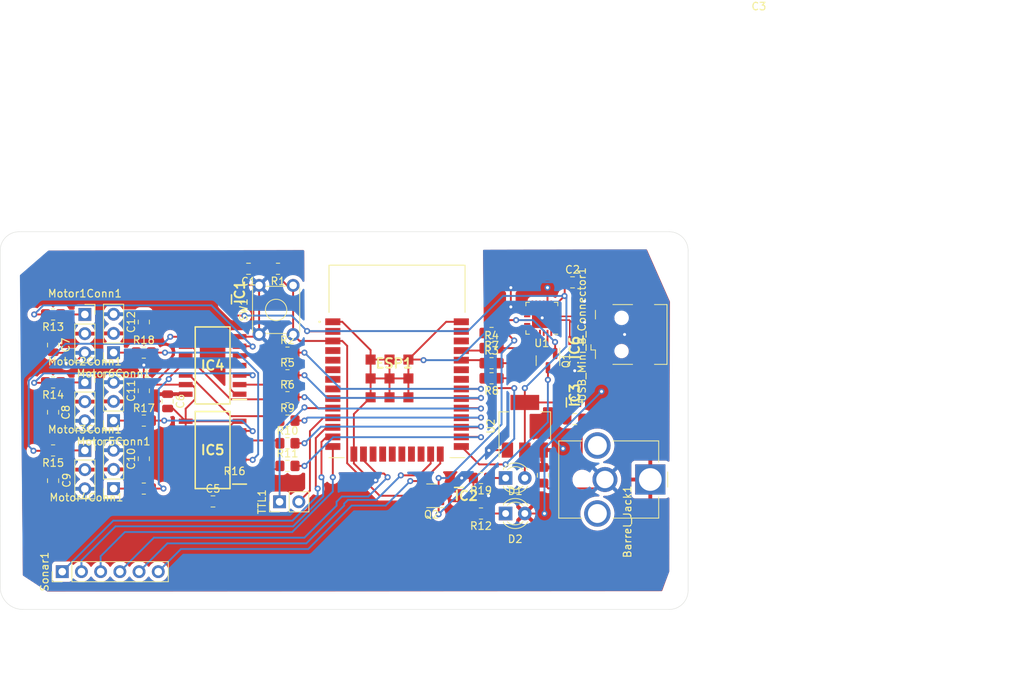
<source format=kicad_pcb>
(kicad_pcb (version 20211014) (generator pcbnew)
  (layers (0 "F.Cu" power) (31 "B.Cu" power) (34 "B.Paste" user) (35 "F.Paste" user) (36 "B.SilkS" user "B.Silkscreen") (37 "F.SilkS" user "F.Silkscreen") (38 "B.Mask" user) (39 "F.Mask" user) (44 "Edge.Cuts" user))
  (net 0 "")
  (net 1 "+5V")
  (net 2 "GNDREF")
  (net 3 "Net-(D1-Pad1)")
  (net 4 "Net-(ESP1-Pad31)")
  (net 5 "Net-(ESP1-Pad30)")
  (net 6 "Net-(ESP1-Pad29)")
  (net 7 "Net-(ESP1-Pad28)")
  (net 8 "Net-(ESP1-Pad27)")
  (net 9 "Net-(ESP1-Pad26)")
  (net 10 "/RESET")
  (net 11 "+3V3")
  (net 12 "Net-(D2-Pad1)")
  (net 19 "/IO25")
  (net 20 "/IO26")
  (net 21 "Net-(Motor1Conn1-Pad1)")
  (net 22 "Net-(Motor2Conn1-Pad1)")
  (net 23 "Net-(Motor3Conn1-Pad1)")
  (net 24 "Net-(Motor4Conn1-Pad1)")
  (net 25 "Net-(Motor5Conn1-Pad1)")
  (net 26 "Net-(Motor6Conn1-Pad1)")
  (net 27 "/IO27")
  (net 28 "/IO14")
  (net 29 "/IO12")
  (net 30 "/IO13")
  (net 37 "/IO15")
  (net 38 "/IO2")
  (net 39 "/GPIO0")
  (net 42 "/RX_ESP")
  (net 43 "/TX_ESP")
  (net 46 "Net-(Q1-Pad1)")
  (net 47 "/DTR")
  (net 48 "Net-(Q2-Pad1)")
  (net 49 "/RTS")
  (net 50 "/TX_CP")
  (net 51 "/RX_CP")
  (net 53 "/D+")
  (net 54 "/D-")
  (net 68 "/PWM1_3.3V")
  (net 69 "/PWM1_5V")
  (net 70 "/PWM2_3.3V")
  (net 71 "/PWM2_5V")
  (net 72 "/PWM6_5V")
  (net 73 "/PWM6_3.3V")
  (net 74 "/PWM5_5V")
  (net 75 "/PWM5_3.3V")
  (net 76 "/PWM3_3.3V")
  (net 77 "/PWM3_5V")
  (net 78 "/PWM4_3.3V")
  (net 79 "/PWM4_5V")
  (footprint "Button_Switch_THT:SW_TH_Tactile_Omron_B3F-10xx" (layer "F.Cu") (at 115.25 65.6 90)
    (fp_text reference "SW1")
    (fp_text value "SW_MEC_5E")
  )
  (footprint "Capacitor_SMD:C_0805_2012Metric" (layer "F.Cu") (at 88 84.95 -90)
    (fp_text reference "C9")
    (fp_text value "10uf")
  )
  (footprint "Capacitor_SMD:C_0805_2012Metric" (layer "F.Cu") (at 100 73.05 90)
    (fp_text reference "C11")
    (fp_text value "10uf")
  )
  (footprint "Motor board:SN74" (layer "F.Cu") (at 109.1 80.9 180)
    (fp_text reference "IC5")
    (fp_text value "SN74HC125NSR" hide)
  )
  (footprint "Resistor_SMD:R_0805_2012Metric_Pad1.20x1.40mm_HandSolder" (layer "F.Cu") (at 146 69.4)
    (fp_text reference "R3")
    (fp_text value "470R")
  )
  (footprint "Connector_USB:USB_Mini-B_Wuerth_65100516121_Horizontal" (layer "F.Cu") (at 163.2 65.6 90)
    (fp_text reference "USB_Mini_B_Connector1")
    (fp_text value "1734035-4")
  )
  (footprint "Resistor_SMD:R_0805_2012Metric_Pad1.20x1.40mm_HandSolder" (layer "F.Cu") (at 119 68)
    (fp_text reference "R2")
    (fp_text value "10k")
  )
  (footprint "Motor board:TPD" (layer "F.Cu") (at 157 67.35 -90)
    (fp_text reference "IC6")
    (fp_text value "TPD2E2U06DCKR" hide)
  )
  (footprint "Package_TO_SOT_SMD:SOT-23" (layer "F.Cu") (at 153.4625 69.0625 -90)
    (fp_text reference "Q1")
    (fp_text value "BC847")
  )
  (footprint "Resistor_SMD:R_0805_2012Metric_Pad1.20x1.40mm_HandSolder" (layer "F.Cu") (at 119 80)
    (fp_text reference "R10")
    (fp_text value "10k")
  )
  (footprint "Capacitor_SMD:C_0805_2012Metric_Pad1.18x1.45mm_HandSolder" (layer "F.Cu") (at 156.7125 58.7)
    (fp_text reference "C2")
    (fp_text value "10uF")
  )
  (footprint "Resistor_SMD:R_0805_2012Metric_Pad1.20x1.40mm_HandSolder" (layer "F.Cu") (at 146 67.4)
    (fp_text reference "R4")
    (fp_text value "470R")
  )
  (footprint "Motor board:ESP32WROOM32EM113EH3200PH3Q0" (layer "F.Cu") (at 125 63.92)
    (fp_text reference "ESP1")
    (fp_text value "ESP32-WROOM-32E_M113EH3200PH3Q0_" hide)
  )
  (footprint "Capacitor_SMD:C_0805_2012Metric" (layer "F.Cu") (at 88 75.9 -90)
    (fp_text reference "C8")
    (fp_text value "10uf")
  )
  (footprint "Capacitor_SMD:C_0805_2012Metric_Pad1.18x1.45mm_HandSolder" (layer "F.Cu") (at 113.85 56.9 180)
    (fp_text reference "C1")
    (fp_text value "10uF")
  )
  (footprint "Capacitor_SMD:C_0805_2012Metric" (layer "F.Cu") (at 100 63.95 90)
    (fp_text reference "C12")
    (fp_text value "10uf")
  )
  (footprint "Resistor_SMD:R_0805_2012Metric_Pad1.20x1.40mm_HandSolder" (layer "F.Cu") (at 146 65.4 180)
    (fp_text reference "R7")
    (fp_text value "10k")
  )
  (footprint "LED_THT:LED_D3.0mm_FlatTop" (layer "F.Cu") (at 147.86 84.6)
    (fp_text reference "D2")
    (fp_text value "LED")
  )
  (footprint "Resistor_SMD:R_0805_2012Metric_Pad1.20x1.40mm_HandSolder" (layer "F.Cu") (at 144.6 84.6 180)
    (fp_text reference "R19")
    (fp_text value "100")
  )
  (footprint "Resistor_SMD:R_0805_2012Metric_Pad1.20x1.40mm_HandSolder" (layer "F.Cu") (at 100 68)
    (fp_text reference "R18")
    (fp_text value "10k")
  )
  (footprint "Connector_PinHeader_2.54mm:PinHeader_1x06_P2.54mm_Vertical" (layer "F.Cu") (at 89.21 97 90)
    (fp_text reference "Sonar1")
    (fp_text value "Conn_01x06_Female")
  )
  (footprint "Connector_BarrelJack:BarrelJack_CUI_PJ-063AH_Horizontal_CircularHoles" (layer "F.Cu") (at 167 84.8 -90)
    (fp_text reference "Barrel_Jack1")
    (fp_text value "Barrel_Jack")
  )
  (footprint "Connector_PinSocket_2.54mm:PinSocket_1x03_P2.54mm_Vertical" (layer "F.Cu") (at 92.2 62.95)
    (fp_text reference "Motor1Conn1")
    (fp_text value "Conn_01x03_Female")
  )
  (footprint "Capacitor_SMD:C_0805_2012Metric" (layer "F.Cu") (at 103.15 74.45 -90)
    (fp_text reference "C6")
    (fp_text value "0.1uf")
  )
  (footprint "Motor board:TPD" (layer "F.Cu") (at 142.65 86.95)
    (fp_text reference "IC2")
    (fp_text value "TPD2E2U06DCKR" hide)
  )
  (footprint "Capacitor_SMD:C_0805_2012Metric_Pad1.18x1.45mm_HandSolder" (layer "F.Cu") (at 152.8 84.2375 -90)
    (fp_text reference "C3")
    (fp_text value "100nF")
  )
  (footprint "Resistor_SMD:R_0805_2012Metric_Pad1.20x1.40mm_HandSolder" (layer "F.Cu") (at 119 71)
    (fp_text reference "R5")
    (fp_text value "10k")
  )
  (footprint "Connector_PinSocket_2.54mm:PinSocket_1x03_P2.54mm_Vertical" (layer "F.Cu") (at 96 86 180)
    (fp_text reference "Motor4Conn1")
    (fp_text value "Conn_01x03_Female")
  )
  (footprint "Resistor_SMD:R_0805_2012Metric_Pad1.20x1.40mm_HandSolder" (layer "F.Cu") (at 88 62.95 180)
    (fp_text reference "R13")
    (fp_text value "10k")
  )
  (footprint "Resistor_SMD:R_0805_2012Metric_Pad1.20x1.40mm_HandSolder" (layer "F.Cu") (at 119 83)
    (fp_text reference "R11")
    (fp_text value "10k")
  )
  (footprint "Package_TO_SOT_SMD:SOT-223-3_TabPin2" (layer "F.Cu") (at 150.4 77.75 90)
    (fp_text reference "U2")
    (fp_text value "LD1117S33TR_SOT223")
  )
  (footprint "Connector_PinSocket_2.54mm:PinSocket_1x03_P2.54mm_Vertical" (layer "F.Cu") (at 96 77 180)
    (fp_text reference "Motor5Conn1")
    (fp_text value "Conn_01x03_Female")
  )
  (footprint "LED_THT:LED_D3.0mm_FlatTop" (layer "F.Cu") (at 147.86 89.3)
    (fp_text reference "D1")
    (fp_text value "LED")
  )
  (footprint "Capacitor_SMD:C_0805_2012Metric" (layer "F.Cu") (at 109.15 87.7)
    (fp_text reference "C5")
    (fp_text value "0.1uf")
  )
  (footprint "Connector_PinSocket_2.54mm:PinSocket_1x03_P2.54mm_Vertical" (layer "F.Cu") (at 92.2 71.95)
    (fp_text reference "Motor2Conn1")
    (fp_text value "Conn_01x03_Female")
  )
  (footprint "Motor board:SN74" (layer "F.Cu") (at 109.1 69.7 180)
    (fp_text reference "IC4")
    (fp_text value "SN74HC125NSR" hide)
  )
  (footprint "Resistor_SMD:R_0805_2012Metric_Pad1.20x1.40mm_HandSolder" (layer "F.Cu") (at 144.6 89.3 180)
    (fp_text reference "R12")
    (fp_text value "150")
  )
  (footprint "Resistor_SMD:R_0805_2012Metric_Pad1.20x1.40mm_HandSolder" (layer "F.Cu") (at 100 86)
    (fp_text reference "R16")
    (fp_text value "10k")
  )
  (footprint "Capacitor_SMD:C_0805_2012Metric_Pad1.18x1.45mm_HandSolder" (layer "F.Cu") (at 157.0125 76.8)
    (fp_text reference "C4")
    (fp_text value "10uF")
  )
  (footprint "Connector_PinSocket_2.54mm:PinSocket_1x03_P2.54mm_Vertical" (layer "F.Cu") (at 92.2 80.95)
    (fp_text reference "Motor3Conn1")
    (fp_text value "Conn_01x03_Female")
  )
  (footprint "Resistor_SMD:R_0805_2012Metric_Pad1.20x1.40mm_HandSolder" (layer "F.Cu") (at 117.75 56.9 180)
    (fp_text reference "R1")
    (fp_text value "10k")
  )
  (footprint "Resistor_SMD:R_0805_2012Metric_Pad1.20x1.40mm_HandSolder" (layer "F.Cu") (at 88 80.95 180)
    (fp_text reference "R15")
    (fp_text value "10k")
  )
  (footprint "Capacitor_SMD:C_0805_2012Metric" (layer "F.Cu") (at 88 67 -90)
    (fp_text reference "C7")
    (fp_text value "10uf")
  )
  (footprint "Package_TO_SOT_SMD:SOT-23" (layer "F.Cu") (at 138.0625 86.95 180)
    (fp_text reference "Q2")
    (fp_text value "BC847")
  )
  (footprint "Resistor_SMD:R_0805_2012Metric_Pad1.20x1.40mm_HandSolder" (layer "F.Cu") (at 119 73.9)
    (fp_text reference "R6")
    (fp_text value "10k")
  )
  (footprint "Resistor_SMD:R_0805_2012Metric_Pad1.20x1.40mm_HandSolder" (layer "F.Cu") (at 146 71.4 180)
    (fp_text reference "R8")
    (fp_text value "10k")
  )
  (footprint "Connector_PinSocket_2.54mm:PinSocket_1x03_P2.54mm_Vertical" (layer "F.Cu") (at 96 68 180)
    (fp_text reference "Motor6Conn1")
    (fp_text value "Conn_01x03_Female")
  )
  (footprint "Motor board:TPD" (layer "F.Cu") (at 157 73.65 90)
    (fp_text reference "IC3")
    (fp_text value "TPD2E2U06DCKR" hide)
  )
  (footprint "Package_DFN_QFN:QFN-24-1EP_4x4mm_P0.5mm_EP2.6x2.6mm" (layer "F.Cu") (at 152.65 63.45 180)
    (fp_text reference "U1")
    (fp_text value "CP2104")
  )
  (footprint "Resistor_SMD:R_0805_2012Metric_Pad1.20x1.40mm_HandSolder" (layer "F.Cu") (at 119 77)
    (fp_text reference "R9")
    (fp_text value "10k")
  )
  (footprint "Connector_PinHeader_2.54mm:PinHeader_1x02_P2.54mm_Vertical" (layer "F.Cu") (at 117.96 87.75 90)
    (fp_text reference "TTL1")
    (fp_text value "Conn_01x02_Female")
  )
  (footprint "Motor board:TPD" (layer "F.Cu") (at 112.7 60 90)
    (fp_text reference "IC1")
    (fp_text value "TPD2E2U06DCKR" hide)
  )
  (footprint "Resistor_SMD:R_0805_2012Metric_Pad1.20x1.40mm_HandSolder" (layer "F.Cu") (at 88 71.95 180)
    (fp_text reference "R14")
    (fp_text value "10k")
  )
  (footprint "Resistor_SMD:R_0805_2012Metric_Pad1.20x1.40mm_HandSolder" (layer "F.Cu") (at 100 77)
    (fp_text reference "R17")
    (fp_text value "10k")
  )
  (footprint "Capacitor_SMD:C_0805_2012Metric" (layer "F.Cu") (at 100 82.05 90)
    (fp_text reference "C10")
    (fp_text value "10uf")
  )
  (gr_line (start 81 91) (end 81 54.5) (layer "Edge.Cuts") (width 0.05))
  (gr_line (start 172 91.5) (end 172 99.5) (layer "Edge.Cuts") (width 0.05))
  (gr_line (start 83.5 52) (end 169.5 52) (layer "Edge.Cuts") (width 0.05))
  (gr_line (start 169.5 102) (end 84 102) (layer "Edge.Cuts") (width 0.05))
  (gr_arc (start 169.5 52) (mid 171.267767 52.732233) (end 172 54.5) (layer "Edge.Cuts") (width 0.05))
  (gr_line (start 81 91) (end 81 99) (layer "Edge.Cuts") (width 0.05))
  (gr_arc (start 81 54.5) (mid 81.732233 52.732233) (end 83.5 52) (layer "Edge.Cuts") (width 0.05))
  (gr_arc (start 84 102) (mid 81.87868 101.12132) (end 81 99) (layer "Edge.Cuts") (width 0.05))
  (gr_arc (start 172 99.5) (mid 171.267767 101.267767) (end 169.5 102) (layer "Edge.Cuts") (width 0.05))
  (gr_line (start 172 91.5) (end 172 54.5) (layer "Edge.Cuts") (width 0.05))
  (segment (start 99.44 65.46) (end 100 64.9) (width 0.25) (layer "F.Cu") (net 1))
  (segment (start 100 83) (end 99.54 83.46) (width 0.25) (layer "F.Cu") (net 1))
  (segment (start 159.025489 71.625489) (end 160.55 73.15) (width 0.25) (layer "F.Cu") (net 1))
  (segment (start 100 74) (end 99.54 74.46) (width 0.25) (layer "F.Cu") (net 1))
  (segment (start 88 84) (end 88.51 83.49) (width 0.25) (layer "F.Cu") (net 1))
  (segment (start 99.54 74.46) (end 96 74.46) (width 0.25) (layer "F.Cu") (net 1))
  (segment (start 150.4 89.3) (end 153 89.3) (width 0.25) (layer "F.Cu") (net 1))
  (segment (start 88.51 83.49) (end 92.2 83.49) (width 0.25) (layer "F.Cu") (net 1))
  (segment (start 88 66.05) (end 88.56 65.49) (width 0.25) (layer "F.Cu") (net 1))
  (segment (start 88.56 65.49) (end 92.2 65.49) (width 0.25) (layer "F.Cu") (net 1))
  (segment (start 105.528 73.5) (end 105.538 73.51) (width 0.25) (layer "F.Cu") (net 1))
  (segment (start 103.15 73.5) (end 105.528 73.5) (width 0.25) (layer "F.Cu") (net 1))
  (segment (start 108.2 87.7) (end 108.2 87.372) (width 0.25) (layer "F.Cu") (net 1))
  (segment (start 153.4 61.5125) (end 153.4 59.4) (width 0.25) (layer "F.Cu") (net 1))
  (segment (start 152.7 80.9) (end 152.7 83.1) (width 0.25) (layer "F.Cu") (net 1))
  (segment (start 96 65.46) (end 99.44 65.46) (width 0.25) (layer "F.Cu") (net 1))
  (segment (start 99.54 83.46) (end 96 83.46) (width 0.25) (layer "F.Cu") (net 1))
  (segment (start 88.46 74.49) (end 92.2 74.49) (width 0.25) (layer "F.Cu") (net 1))
  (segment (start 88 74.95) (end 88.46 74.49) (width 0.25) (layer "F.Cu") (net 1))
  (segment (start 108.2 87.372) (end 105.538 84.71) (width 0.25) (layer "F.Cu") (net 1))
  (segment (start 159.025489 68.774511) (end 159.025489 71.625489) (width 0.25) (layer "F.Cu") (net 1))
  (segment (start 160.6 67.2) (end 159.025489 68.774511) (width 0.25) (layer "F.Cu") (net 1))
  (segment (start 152.7 83.1) (end 152.8 83.2) (width 0.25) (layer "F.Cu") (net 1))
  (via (at 155.45 80.7) (size 0.8) (drill 0.4) (layers "F.Cu" "B.Cu") (net 1))
  (via (at 160.55 73.15) (size 0.8) (drill 0.4) (layers "F.Cu" "B.Cu") (net 1))
  (via (at 153 89.3) (size 0.8) (drill 0.4) (layers "F.Cu" "B.Cu") (net 1))
  (via (at 153.4 59.4) (size 0.8) (drill 0.4) (layers "F.Cu" "B.Cu") (net 1))
  (segment (start 160.55 73.15) (end 154.275 79.425) (width 0.25) (layer "B.Cu") (net 1))
  (segment (start 154.275 79.525) (end 154.275 79.425) (width 0.25) (layer "B.Cu") (net 1))
  (segment (start 154.275 79.425) (end 153 80.7) (width 0.25) (layer "B.Cu") (net 1))
  (segment (start 155.45 80.7) (end 154.275 79.525) (width 0.25) (layer "B.Cu") (net 1))
  (segment (start 153 80.7) (end 153 89.3) (width 0.25) (layer "B.Cu") (net 1))
  (segment (start 112.020478 77.09) (end 111.424989 77.685489) (width 0.25) (layer "F.Cu") (net 2))
  (segment (start 88 85.9) (end 88.13 86.03) (width 0.25) (layer "F.Cu") (net 2))
  (segment (start 105.538 79.63) (end 105.538 80.9) (width 0.25) (layer "F.Cu") (net 2))
  (segment (start 112.662 77.09) (end 112.020478 77.09) (width 0.25) (layer "F.Cu") (net 2))
  (segment (start 143.6 84.6) (end 143.6 86.95) (width 0.25) (layer "F.Cu") (net 2))
  (segment (start 159.825479 85.974521) (end 161 84.8) (width 0.25) (layer "F.Cu") (net 2))
  (segment (start 135 71.42) (end 132.5 71.42) (width 0.25) (layer "F.Cu") (net 2))
  (segment (start 132.5 71.42) (end 132.5 68.92) (width 0.25) (layer "F.Cu") (net 2))
  (segment (start 105.538 68.43) (end 104.9755 68.43) (width 0.25) (layer "F.Cu") (net 2))
  (segment (start 112.020478 80.9) (end 111.424989 81.495489) (width 0.25) (layer "F.Cu") (net 2))
  (segment (start 103.15 75.4) (end 103.848 75.4) (width 0.25) (layer "F.Cu") (net 2))
  (segment (start 100 63) (end 99.92 62.92) (width 0.25) (layer "F.Cu") (net 2))
  (segment (start 112.662 77.09) (end 105.538 77.09) (width 0.25) (layer "F.Cu") (net 2))
  (segment (start 132.5 71.42) (end 130 71.42) (width 0.25) (layer "F.Cu") (net 2))
  (segment (start 111.424989 69.104511) (end 111.424989 66.485489) (width 0.25) (layer "F.Cu") (net 2))
  (segment (start 160.6 70) (end 166.1 70) (width 0.25) (layer "F.Cu") (net 2))
  (segment (start 88.08 68.03) (end 92.2 68.03) (width 0.25) (layer "F.Cu") (net 2))
  (segment (start 110.1 87.7) (end 110.1 87.272) (width 0.25) (layer "F.Cu") (net 2))
  (segment (start 111.55 80.9) (end 112.662 80.9) (width 0.25) (layer "F.Cu") (net 2))
  (segment (start 130.005 84.9) (end 130.65 84.9) (width 0.25) (layer "F.Cu") (net 2))
  (segment (start 157.925489 81.725489) (end 161 84.8) (width 0.25) (layer "F.Cu") (net 2))
  (segment (start 111.8 69.7) (end 112.662 69.7) (width 0.25) (layer "F.Cu") (net 2))
  (segment (start 126.25 63.92) (end 130 67.67) (width 0.25) (layer "F.Cu") (net 2))
  (segment (start 130 68.92) (end 132.5 68.92) (width 0.25) (layer "F.Cu") (net 2))
  (segment (start 114.96 65.89) (end 115.25 65.6) (width 0.25) (layer "F.Cu") (net 2))
  (segment (start 154.127672 64.2) (end 154.5875 64.2) (width 0.25) (layer "F.Cu") (net 2))
  (segment (start 100.14 72.24) (end 105.538 72.24) (width 0.25) (layer "F.Cu") (net 2))
  (segment (start 166 65.6) (end 166.1 65.7) (width 0.25) (layer "F.Cu") (net 2))
  (segment (start 158.05 76.8) (end 157.925489 76.924511) (width 0.25) (layer "F.Cu") (net 2))
  (segment (start 96 71.83) (end 96 71.92) (width 0.25) (layer "F.Cu") (net 2))
  (segment (start 130 67.67) (end 130 68.92) (width 0.25) (layer "F.Cu") (net 2))
  (segment (start 148.55 59.4) (end 148.55 61.95) (width 0.25) (layer "F.Cu") (net 2))
  (segment (start 101.3055 72.1) (end 100 72.1) (width 0.25) (layer "F.Cu") (net 2))
  (segment (start 111.424989 66.485489) (end 112.020478 65.89) (width 0.25) (layer "F.Cu") (net 2))
  (segment (start 104.9755 68.43) (end 101.3055 72.1) (width 0.25) (layer "F.Cu") (net 2))
  (segment (start 115.25 59.1) (end 115.25 65.6) (width 0.25) (layer "F.Cu") (net 2))
  (segment (start 132.5 73.92) (end 135 73.92) (width 0.25) (layer "F.Cu") (net 2))
  (segment (start 130 73.92) (end 132.5 73.92) (width 0.25) (layer "F.Cu") (net 2))
  (segment (start 111.424989 70.075011) (end 111.8 69.7) (width 0.25) (layer "F.Cu") (net 2))
  (segment (start 103.848 75.4) (end 105.538 77.09) (width 0.25) (layer "F.Cu") (net 2))
  (segment (start 135 68.92) (end 136.92 68.92) (width 0.25) (layer "F.Cu") (net 2))
  (segment (start 90.83 69.4) (end 89.75 69.4) (width 0.25) (layer "F.Cu") (net 2))
  (segment (start 111.424989 72.835489) (end 111.424989 70.075011) (width 0.25) (layer "F.Cu") (net 2))
  (segment (start 106.34 72.24) (end 105.538 72.24) (width 0.25) (layer "F.Cu") (net 2))
  (segment (start 111.424989 81.495489) (end 111.424989 84.114511) (width 0.25) (layer "F.Cu") (net 2))
  (segment (start 127.785 81.43) (end 127.785 82.68) (width 0.25) (layer "F.Cu") (net 2))
  (segment (start 111.424989 77.685489) (end 111.424989 80.774989) (width 0.25) (layer "F.Cu") (net 2))
  (segment (start 99.92 62.92) (end 96 62.92) (width 0.25) (layer "F.Cu") (net 2))
  (segment (start 88.18 77.03) (end 92.2 77.03) (width 0.25) (layer "F.Cu") (net 2))
  (segment (start 112.8125 58.9375) (end 112.7 59.05) (width 0.25) (layer "F.Cu") (net 2))
  (segment (start 106.775011 74.184511) (end 106.775011 72.675011) (width 0.25) (layer "F.Cu") (net 2))
  (segment (start 106.775011 74.184511) (end 105.538 75.421522) (width 0.25) (layer "F.Cu") (net 2))
  (segment (start 88 67.95) (end 88.08 68.03) (width 0.25) (layer "F.Cu") (net 2))
  (segment (start 127.785 76.135) (end 127.785 81.43) (width 0.25) (layer "F.Cu") (net 2))
  (segment (start 145.7 80.9) (end 145.65 80.95) (width 0.25) (layer "F.Cu") (net 2))
  (segment (start 112.0995 73.51) (end 111.424989 72.835489) (width 0.25) (layer "F.Cu") (net 2))
  (segment (start 157 70.4) (end 157 72.7) (width 0.25) (layer "F.Cu") (net 2))
  (segment (start 162.074511 83.725489) (end 161 84.8) (width 0.25) (layer "F.Cu") (net 2))
  (segment (start 112.7 59.05) (end 115.2 59.05) (width 0.25) (layer "F.Cu") (net 2))
  (segment (start 136.92 68.92) (end 137 69) (width 0.25) (layer "F.Cu") (net 2))
  (segment (start 166.1 65.7) (end 166.1 70) (width 0.25) (layer "F.Cu") (net 2))
  (segment (start 163.6 65.6) (end 166 65.6) (width 0.25) (layer "F.Cu") (net 2))
  (segment (start 130 73.92) (end 127.785 76.135) (width 0.25) (layer "F.Cu") (net 2))
  (segment (start 100 69.65) (end 100 72.1) (width 0.25) (layer "F.Cu") (net 2))
  (segment (start 96 80.83) (end 96 80.92) (width 0.25) (layer "F.Cu") (net 2))
  (segment (start 105.538 82.17) (end 105.538 83.44) (width 0.25) (layer "F.Cu") (net 2))
  (segment (start 105.538 78.36) (end 105.538 79.63) (width 0.25) (layer "F.Cu") (net 2))
  (segment (start 166.1 61.2) (end 166.1 65.7) (width 0.25) (layer "F.Cu") (net 2))
  (segment (start 111.424989 80.774989) (end 111.55 80.9) (width 0.25) (layer "F.Cu") (net 2))
  (segment (start 110.1 87.272) (end 112.662 84.71) (width 0.25) (layer "F.Cu") (net 2))
  (segment (start 111.424989 84.114511) (end 112.020478 84.71) (width 0.25) (layer "F.Cu") (net 2))
  (segment (start 88 76.85) (end 88.18 77.03) (width 0.25) (layer "F.Cu") (net 2))
  (segment (start 112.8125 56.9) (end 112.8125 58.9375) (width 0.25) (layer "F.Cu") (net 2))
  (segment (start 100 72.1) (end 100.14 72.24) (width 0.25) (layer "F.Cu") (net 2))
  (segment (start 160.6 61.2) (end 158.3 61.2) (width 0.25) (layer "F.Cu") (net 2))
  (segment (start 112.662 73.51) (end 112.0995 73.51) (width 0.25) (layer "F.Cu") (net 2))
  (segment (start 158.1 58.7) (end 160.6 61.2) (width 0.25) (layer "F.Cu") (net 2))
  (segment (start 157.925489 76.924511) (end 157.925489 81.725489) (width 0.25) (layer "F.Cu") (net 2))
  (segment (start 115.2 59.05) (end 115.25 59.1) (width 0.25) (layer "F.Cu") (net 2))
  (segment (start 157.75 58.7) (end 158.1 58.7) (width 0.25) (layer "F.Cu") (net 2))
  (segment (start 106.775011 72.675011) (end 106.34 72.24) (width 0.25) (layer "F.Cu") (net 2))
  (segment (start 157 68.3) (end 157 70.4) (width 0.25) (layer "F.Cu") (net 2))
  (segment (start 125 63.92) (end 126.25 63.92) (width 0.25) (layer "F.Cu") (net 2))
  (segment (start 160.6 61.2) (end 166.1 61.2) (width 0.25) (layer "F.Cu") (net 2))
  (segment (start 92.2 68.03) (end 90.83 69.4) (width 0.25) (layer "F.Cu") (net 2))
  (segment (start 135 68.92) (end 135 71.42) (width 0.25) (layer "F.Cu") (net 2))
  (segment (start 96 71.92) (end 99.82 71.92) (width 0.25) (layer "F.Cu") (net 2))
  (segment (start 152.8 85.275) (end 153.499521 85.974521) (width 0.25) (layer "F.Cu") (net 2))
  (segment (start 100 81.1) (end 99.82 80.92) (width 0.25) (layer "F.Cu") (net 2))
  (segment (start 115.15 59.2) (end 115.25 59.1) (width 0.25) (layer "F.Cu") (net 2))
  (segment (start 112.020478 84.71) (end 112.662 84.71) (width 0.25) (layer "F.Cu") (net 2))
  (segment (start 132.5 68.92) (end 135 68.92) (width 0.25) (layer "F.Cu") (net 2))
  (segment (start 130 71.42) (end 130 73.92) (width 0.25) (layer "F.Cu") (net 2))
  (segment (start 160.6 64) (end 158.3 64) (width 0.25) (layer "F.Cu") (net 2))
  (segment (start 105.538 77.09) (end 105.538 78.36) (width 0.25) (layer "F.Cu") (net 2))
  (segment (start 96 72.4) (end 96 71.92) (width 0.25) (layer "F.Cu") (net 2))
  (segment (start 112.662 80.9) (end 112.020478 80.9) (width 0.25) (layer "F.Cu") (net 2))
  (segment (start 135 71.42) (end 135 73.92) (width 0.25) (layer "F.Cu") (net 2))
  (segment (start 130 71.42) (end 130 68.92) (width 0.25) (layer "F.Cu") (net 2))
  (segment (start 112.662 69.7) (end 112.020478 69.7) (width 0.25) (layer "F.Cu") (net 2))
  (segment (start 143.6 89.3) (end 143.6 86.95) (width 0.25) (layer "F.Cu") (net 2))
  (segment (start 148.1 80.9) (end 145.7 80.9) (width 0.25) (layer "F.Cu") (net 2))
  (segment (start 142 63.92) (end 140 63.92) (width 0.25) (layer "F.Cu") (net 2))
  (segment (start 99.82 71.92) (end 100 72.1) (width 0.25) (layer "F.Cu") (net 2))
  (segment (start 132.5 71.42) (end 132.5 73.92) (width 0.25) (layer "F.Cu") (net 2))
  (segment (start 140 63.92) (end 135 68.92) (width 0.25) (layer "F.Cu") (net 2))
  (segment (start 153.499521 85.974521) (end 159.825479 85.974521) (width 0.25) (layer "F.Cu") (net 2))
  (segment (start 142.05 84.6) (end 143.6 84.6) (width 0.25) (layer "F.Cu") (net 2))
  (segment (start 105.538 75.421522) (end 105.538 77.09) (width 0.25) (layer "F.Cu") (net 2))
  (segment (start 143.6 86.95) (end 145.6 86.95) (width 0.25) (layer "F.Cu") (net 2))
  (segment (start 153.377672 63.45) (end 154.127672 64.2) (width 0.25) (layer "F.Cu") (net 2))
  (segment (start 105.538 80.9) (end 105.538 82.17) (width 0.25) (layer "F.Cu") (net 2))
  (segment (start 112.662 65.89) (end 114.96 65.89) (width 0.25) (layer "F.Cu") (net 2))
  (segment (start 112.020478 65.89) (end 112.662 65.89) (width 0.25) (layer "F.Cu") (net 2))
  (segment (start 112.020478 69.7) (end 111.424989 69.104511) (width 0.25) (layer "F.Cu") (net 2))
  (segment (start 99.82 80.92) (end 96 80.92) (width 0.25) (layer "F.Cu") (net 2))
  (segment (start 127.785 82.68) (end 130.005 84.9) (width 0.25) (layer "F.Cu") (net 2))
  (segment (start 88.13 86.03) (end 92.2 86.03) (width 0.25) (layer "F.Cu") (net 2))
  (via (at 158.3 64) (size 0.8) (drill 0.4) (layers "F.Cu" "B.Cu") (net 2))
  (via (at 130.65 84.9) (size 0.8) (drill 0.4) (layers "F.Cu" "B.Cu") (net 2))
  (via (at 142.05 84.6) (size 0.8) (drill 0.4) (layers "F.Cu" "B.Cu") (net 2))
  (via (at 158.3 61.2) (size 0.8) (drill 0.4) (layers "F.Cu" "B.Cu") (net 2))
  (via (at 148.55 61.95) (size 0.8) (drill 0.4) (layers "F.Cu" "B.Cu") (net 2))
  (via (at 163.6 65.6) (size 0.8) (drill 0.4) (layers "F.Cu" "B.Cu") (net 2))
  (via (at 152.7 63.4) (size 0.8) (drill 0.4) (layers "F.Cu" "B.Cu") (net 2))
  (via (at 100 69.65) (size 0.8) (drill 0.4) (layers "F.Cu" "B.Cu") (net 2))
  (via (at 145.65 80.95) (size 0.8) (drill 0.4) (layers "F.Cu" "B.Cu") (net 2))
  (via (at 157 70.4) (size 0.8) (drill 0.4) (layers "F.Cu" "B.Cu") (net 2))
  (via (at 89.75 69.4) (size 0.8) (drill 0.4) (layers "F.Cu" "B.Cu") (net 2))
  (via (at 137 69) (size 0.8) (drill 0.4) (layers "F.Cu" "B.Cu") (net 2))
  (via (at 145.6 86.95) (size 0.8) (drill 0.4) (layers "F.Cu" "B.Cu") (net 2))
  (via (at 148.55 59.4) (size 0.8) (drill 0.4) (layers "F.Cu" "B.Cu") (net 2))
  (segment (start 155.775489 58.675489) (end 158.3 61.2) (width 0.25) (layer "B.Cu") (net 2))
  (segment (start 142.05 84.55) (end 142.05 84.6) (width 0.25) (layer "B.Cu") (net 2))
  (segment (start 145.65 80.95) (end 142.05 84.55) (width 0.25) (layer "B.Cu") (net 2))
  (segment (start 151.25 61.95) (end 148.55 61.95) (width 0.25) (layer "B.Cu") (net 2))
  (segment (start 149.274511 58.675489) (end 155.775489 58.675489) (width 0.25) (layer "B.Cu") (net 2))
  (segment (start 152.7 63.4) (end 151.25 61.95) (width 0.25) (layer "B.Cu") (net 2))
  (segment (start 148.55 59.4) (end 149.274511 58.675489) (width 0.25) (layer "B.Cu") (net 2))
  (segment (start 158.3 61.2) (end 158.3 64) (width 0.25) (layer "B.Cu") (net 2))
  (segment (start 148.55 61.95) (end 141.5 69) (width 0.25) (layer "B.Cu") (net 2))
  (segment (start 141.5 69) (end 137 69) (width 0.25) (layer "B.Cu") (net 2))
  (segment (start 147.86 89.3) (end 145.6 89.3) (width 0.25) (layer "F.Cu") (net 3))
  (segment (start 120 68) (end 121.25 68) (width 0.25) (layer "F.Cu") (net 4))
  (segment (start 144.59 72.81) (end 144.6 72.8) (width 0.25) (layer "F.Cu") (net 4))
  (segment (start 142 72.81) (end 144.59 72.81) (width 0.25) (layer "F.Cu") (net 4))
  (via (at 121.25 68) (size 0.8) (drill 0.4) (layers "F.Cu" "B.Cu") (net 4))
  (via (at 144.6 72.8) (size 0.8) (drill 0.4) (layers "F.Cu" "B.Cu") (net 4))
  (segment (start 144.6 72.8) (end 126.05 72.8) (width 0.25) (layer "B.Cu") (net 4))
  (segment (start 126.05 72.8) (end 121.25 68) (width 0.25) (layer "B.Cu") (net 4))
  (segment (start 142 74.08) (end 144.52 74.08) (width 0.25) (layer "F.Cu") (net 5))
  (segment (start 121.25 71) (end 120 71) (width 0.25) (layer "F.Cu") (net 5))
  (segment (start 144.52 74.08) (end 144.6 74) (width 0.25) (layer "F.Cu") (net 5))
  (via (at 144.6 74) (size 0.8) (drill 0.4) (layers "F.Cu" "B.Cu") (net 5))
  (via (at 121.25 71) (size 0.8) (drill 0.4) (layers "F.Cu" "B.Cu") (net 5))
  (segment (start 124.25 74) (end 121.25 71) (width 0.25) (layer "B.Cu") (net 5))
  (segment (start 144.6 74) (end 124.25 74) (width 0.25) (layer "B.Cu") (net 5))
  (segment (start 121.25 73.9) (end 120 73.9) (width 0.25) (layer "F.Cu") (net 6))
  (segment (start 142 75.35) (end 144.55 75.35) (width 0.25) (layer "F.Cu") (net 6))
  (segment (start 144.55 75.35) (end 144.6 75.4) (width 0.25) (layer "F.Cu") (net 6))
  (via (at 144.6 75.4) (size 0.8) (drill 0.4) (layers "F.Cu" "B.Cu") (net 6))
  (via (at 121.25 73.9) (size 0.8) (drill 0.4) (layers "F.Cu" "B.Cu") (net 6))
  (segment (start 123.1 75.4) (end 121.6 73.9) (width 0.25) (layer "B.Cu") (net 6))
  (segment (start 121.6 73.9) (end 121.25 73.9) (width 0.25) (layer "B.Cu") (net 6))
  (segment (start 144.6 75.4) (end 123.1 75.4) (width 0.25) (layer "B.Cu") (net 6))
  (segment (start 144.58 76.62) (end 144.6 76.6) (width 0.25) (layer "F.Cu") (net 7))
  (segment (start 121.25 77) (end 120 77) (width 0.25) (layer "F.Cu") (net 7))
  (segment (start 142 76.62) (end 144.58 76.62) (width 0.25) (layer "F.Cu") (net 7))
  (via (at 121.25 77) (size 0.8) (drill 0.4) (layers "F.Cu" "B.Cu") (net 7))
  (via (at 144.6 76.6) (size 0.8) (drill 0.4) (layers "F.Cu" "B.Cu") (net 7))
  (segment (start 144.6 76.6) (end 121.65 76.6) (width 0.25) (layer "B.Cu") (net 7))
  (segment (start 121.65 76.6) (end 121.25 77) (width 0.25) (layer "B.Cu") (net 7))
  (segment (start 142 77.89) (end 144.51 77.89) (width 0.25) (layer "F.Cu") (net 8))
  (segment (start 144.51 77.89) (end 144.6 77.8) (width 0.25) (layer "F.Cu") (net 8))
  (segment (start 121.25 80) (end 120 80) (width 0.25) (layer "F.Cu") (net 8))
  (via (at 144.6 77.8) (size 0.8) (drill 0.4) (layers "F.Cu" "B.Cu") (net 8))
  (via (at 121.25 80) (size 0.8) (drill 0.4) (layers "F.Cu" "B.Cu") (net 8))
  (segment (start 144.6 77.8) (end 123.45 77.8) (width 0.25) (layer "B.Cu") (net 8))
  (segment (start 123.45 77.8) (end 121.25 80) (width 0.25) (layer "B.Cu") (net 8))
  (segment (start 142 79.16) (end 144.56 79.16) (width 0.25) (layer "F.Cu") (net 9))
  (segment (start 121.25 83) (end 120 83) (width 0.25) (layer "F.Cu") (net 9))
  (segment (start 144.56 79.16) (end 144.6 79.2) (width 0.25) (layer "F.Cu") (net 9))
  (via (at 144.6 79.2) (size 0.8) (drill 0.4) (layers "F.Cu" "B.Cu") (net 9))
  (via (at 121.25 83) (size 0.8) (drill 0.4) (layers "F.Cu" "B.Cu") (net 9))
  (segment (start 125.05 79.2) (end 121.25 83) (width 0.25) (layer "B.Cu") (net 9))
  (segment (start 144.6 79.2) (end 125.05 79.2) (width 0.25) (layer "B.Cu") (net 9))
  (segment (start 126.9 67.11) (end 126.9 82.644022) (width 0.25) (layer "F.Cu") (net 10))
  (segment (start 131.205978 86.95) (end 137.125 86.95) (width 0.25) (layer "F.Cu") (net 10))
  (segment (start 126.9 82.644022) (end 131.205978 86.95) (width 0.25) (layer "F.Cu") (net 10))
  (segment (start 126.25 66.46) (end 126.9 67.11) (width 0.25) (layer "F.Cu") (net 10))
  (segment (start 120.61 66.46) (end 119.75 65.6) (width 0.25) (layer "F.Cu") (net 10))
  (segment (start 116.75 56.9) (end 118.95 59.1) (width 0.25) (layer "F.Cu") (net 10))
  (segment (start 119.75 59.1) (end 119.75 65.6) (width 0.25) (layer "F.Cu") (net 10))
  (segment (start 125 66.46) (end 120.61 66.46) (width 0.25) (layer "F.Cu") (net 10))
  (segment (start 114.8875 56.9) (end 116.75 56.9) (width 0.25) (layer "F.Cu") (net 10))
  (segment (start 118.95 59.1) (end 119.75 59.1) (width 0.25) (layer "F.Cu") (net 10))
  (segment (start 125 66.46) (end 126.25 66.46) (width 0.25) (layer "F.Cu") (net 10))
  (segment (start 110.45 61.7) (end 110.45 56.25) (width 0.25) (layer "F.Cu") (net 11))
  (segment (start 156.35 74.6) (end 157.65 74.6) (width 0.25) (layer "F.Cu") (net 11))
  (segment (start 110.45 56.25) (end 111.3 55.4) (width 0.25) (layer "F.Cu") (net 11))
  (segment (start 121.6 65.15) (end 121.64 65.19) (width 0.25) (layer "F.Cu") (net 11))
  (segment (start 150.4 80.9) (end 150.4 84.6) (width 0.25) (layer "F.Cu") (net 11))
  (segment (start 111.3 55.4) (end 117.25 55.4) (width 0.25) (layer "F.Cu") (net 11))
  (segment (start 150.4 74.6) (end 150.4 72.7) (width 0.25) (layer "F.Cu") (net 11))
  (segment (start 113.3 63.1) (end 111.85 63.1) (width 0.25) (layer "F.Cu") (net 11))
  (segment (start 154.26875 61.88125) (end 155.65 60.5) (width 0.25) (layer "F.Cu") (net 11))
  (segment (start 121.64 65.19) (end 125 65.19) (width 0.25) (layer "F.Cu") (net 11))
  (segment (start 155.675 60.475) (end 155.65 60.5) (width 0.25) (layer "F.Cu") (net 11))
  (segment (start 155.975 76.8) (end 154.75 75.575) (width 0.25) (layer "F.Cu") (net 11))
  (segment (start 154.5875 62.2) (end 154.5875 62.7) (width 0.25) (layer "F.Cu") (net 11))
  (segment (start 155.675 58.7) (end 155.675 60.475) (width 0.25) (layer "F.Cu") (net 11))
  (segment (start 154.75 75.575) (end 154.75 74.6) (width 0.25) (layer "F.Cu") (net 11))
  (segment (start 111.85 63.1) (end 110.45 61.7) (width 0.25) (layer "F.Cu") (net 11))
  (segment (start 154.75 74.6) (end 156.35 74.6) (width 0.25) (layer "F.Cu") (net 11))
  (segment (start 150.4 80.9) (end 150.4 74.6) (width 0.25) (layer "F.Cu") (net 11))
  (segment (start 117.25 55.4) (end 118.75 56.9) (width 0.25) (layer "F.Cu") (net 11))
  (segment (start 153.9 61.5125) (end 154.26875 61.88125) (width 0.25) (layer "F.Cu") (net 11))
  (segment (start 154.26875 61.88125) (end 154.5875 62.2) (width 0.25) (layer "F.Cu") (net 11))
  (segment (start 150.4 74.6) (end 154.75 74.6) (width 0.25) (layer "F.Cu") (net 11))
  (via (at 113.3 63.1) (size 0.8) (drill 0.4) (layers "F.Cu" "B.Cu") (net 11))
  (via (at 150.4 72.7) (size 0.8) (drill 0.4) (layers "F.Cu" "B.Cu") (net 11))
  (via (at 121.6 65.15) (size 0.8) (drill 0.4) (layers "F.Cu" "B.Cu") (net 11))
  (via (at 155.65 60.5) (size 0.8) (drill 0.4) (layers "F.Cu" "B.Cu") (net 11))
  (segment (start 155.65 60.5) (end 147.526804 60.5) (width 0.25) (layer "B.Cu") (net 11))
  (segment (start 147.526804 60.5) (end 142.876804 65.15) (width 0.25) (layer "B.Cu") (net 11))
  (segment (start 155.9 67.2) (end 155.9 60.75) (width 0.25) (layer "B.Cu") (net 11))
  (segment (start 142.876804 65.15) (end 121.6 65.15) (width 0.25) (layer "B.Cu") (net 11))
  (segment (start 119.55 63.1) (end 113.3 63.1) (width 0.25) (layer "B.Cu") (net 11))
  (segment (start 121.6 65.15) (end 119.55 63.1) (width 0.25) (layer "B.Cu") (net 11))
  (segment (start 155.9 60.75) (end 155.65 60.5) (width 0.25) (layer "B.Cu") (net 11))
  (segment (start 150.4 72.7) (end 155.9 67.2) (width 0.25) (layer "B.Cu") (net 11))
  (segment (start 145.75 84.6) (end 145.6 84.75) (width 0.25) (layer "F.Cu") (net 12))
  (segment (start 147.86 84.6) (end 145.6 84.6) (width 0.25) (layer "F.Cu") (net 12))
  (segment (start 145.7 84.6) (end 145.6 84.5) (width 0.25) (layer "F.Cu") (net 12))
  (segment (start 125 75.35) (end 121.35 75.35) (width 0.25) (layer "F.Cu") (net 19))
  (segment (start 121.35 75.35) (end 121.25 75.25) (width 0.25) (layer "F.Cu") (net 19))
  (via (at 121.25 75.25) (size 0.8) (drill 0.4) (layers "F.Cu" "B.Cu") (net 19))
  (segment (start 117.96 78.54) (end 117.96 87.75) (width 0.25) (layer "B.Cu") (net 19))
  (segment (start 121.25 75.25) (end 117.96 78.54) (width 0.25) (layer "B.Cu") (net 19))
  (segment (start 120.5 87.75) (end 121.974511 86.275489) (width 0.25) (layer "F.Cu") (net 20))
  (segment (start 123.75 76.62) (end 125 76.62) (width 0.25) (layer "F.Cu") (net 20))
  (segment (start 121.974511 78.395489) (end 123.75 76.62) (width 0.25) (layer "F.Cu") (net 20))
  (segment (start 121.974511 86.275489) (end 121.974511 78.395489) (width 0.25) (layer "F.Cu") (net 20))
  (segment (start 89 62.95) (end 92.2 62.95) (width 0.25) (layer "F.Cu") (net 21))
  (segment (start 89 71.95) (end 92.2 71.95) (width 0.25) (layer "F.Cu") (net 22))
  (segment (start 89 80.95) (end 92.2 80.95) (width 0.25) (layer "F.Cu") (net 23))
  (segment (start 96 86) (end 99 86) (width 0.25) (layer "F.Cu") (net 24))
  (segment (start 96 77) (end 99 77) (width 0.25) (layer "F.Cu") (net 25))
  (segment (start 99 68) (end 96 68) (width 0.25) (layer "F.Cu") (net 26))
  (segment (start 122.75 85.75) (end 123 86) (width 0.25) (layer "F.Cu") (net 27))
  (segment (start 124.170978 77.89) (end 122.75 79.310978) (width 0.25) (layer "F.Cu") (net 27))
  (segment (start 125 77.89) (end 124.170978 77.89) (width 0.25) (layer "F.Cu") (net 27))
  (segment (start 122.75 79.310978) (end 122.75 85.75) (width 0.25) (layer "F.Cu") (net 27))
  (via (at 123 86) (size 0.8) (drill 0.4) (layers "F.Cu" "B.Cu") (net 27))
  (segment (start 119.66101 90.25) (end 95.96 90.25) (width 0.25) (layer "B.Cu") (net 27))
  (segment (start 123 86) (end 123 86.91101) (width 0.25) (layer "B.Cu") (net 27))
  (segment (start 95.96 90.25) (end 89.21 97) (width 0.25) (layer "B.Cu") (net 27))
  (segment (start 123 86.91101) (end 119.66101 90.25) (width 0.25) (layer "B.Cu") (net 27))
  (segment (start 123.5 79.830978) (end 123.5 84.5) (width 0.25) (layer "F.Cu") (net 28))
  (segment (start 124.170978 79.16) (end 123.5 79.830978) (width 0.25) (layer "F.Cu") (net 28))
  (segment (start 125 79.16) (end 124.170978 79.16) (width 0.25) (layer "F.Cu") (net 28))
  (via (at 123.5 84.5) (size 0.8) (drill 0.4) (layers "F.Cu" "B.Cu") (net 28))
  (segment (start 119.75 91) (end 96.25 91) (width 0.25) (layer "B.Cu") (net 28))
  (segment (start 123.724511 87.025489) (end 119.75 91) (width 0.25) (layer "B.Cu") (net 28))
  (segment (start 123.724511 84.724511) (end 123.724511 87.025489) (width 0.25) (layer "B.Cu") (net 28))
  (segment (start 96.25 91) (end 91.75 95.5) (width 0.25) (layer "B.Cu") (net 28))
  (segment (start 91.75 95.5) (end 91.75 97) (width 0.25) (layer "B.Cu") (net 28))
  (segment (start 123.5 84.5) (end 123.724511 84.724511) (width 0.25) (layer "B.Cu") (net 28))
  (segment (start 125 80.43) (end 125 84.5) (width 0.25) (layer "F.Cu") (net 29))
  (via (at 125 84.5) (size 0.8) (drill 0.4) (layers "F.Cu" "B.Cu") (net 29))
  (segment (start 94.29 94.96) (end 94.29 97) (width 0.25) (layer "B.Cu") (net 29))
  (segment (start 125 84.5) (end 125 86.385718) (width 0.25) (layer "B.Cu") (net 29))
  (segment (start 119.635718 91.75) (end 97.5 91.75) (width 0.25) (layer "B.Cu") (net 29))
  (segment (start 125 86.385718) (end 119.635718 91.75) (width 0.25) (layer "B.Cu") (net 29))
  (segment (start 97.5 91.75) (end 94.29 94.96) (width 0.25) (layer "B.Cu") (net 29))
  (segment (start 131.75 84) (end 132.25 84.5) (width 0.25) (layer "F.Cu") (net 30))
  (segment (start 129.055 81.43) (end 129.055 82.259022) (width 0.25) (layer "F.Cu") (net 30))
  (segment (start 130.795978 84) (end 131.75 84) (width 0.25) (layer "F.Cu") (net 30))
  (segment (start 129.055 82.259022) (end 130.795978 84) (width 0.25) (layer "F.Cu") (net 30))
  (via (at 132.25 84.5) (size 0.8) (drill 0.4) (layers "F.Cu" "B.Cu") (net 30))
  (segment (start 125.5 88.25) (end 121.25 92.5) (width 0.25) (layer "B.Cu") (net 30))
  (segment (start 129.699031 87.050969) (end 126.199031 87.050969) (width 0.25) (layer "B.Cu") (net 30))
  (segment (start 132.25 84.5) (end 129.699031 87.050969) (width 0.25) (layer "B.Cu") (net 30))
  (segment (start 101.33 92.5) (end 96.83 97) (width 0.25) (layer "B.Cu") (net 30))
  (segment (start 125.5 87.75) (end 125.5 88.25) (width 0.25) (layer "B.Cu") (net 30))
  (segment (start 126.199031 87.050969) (end 125.5 87.75) (width 0.25) (layer "B.Cu") (net 30))
  (segment (start 121.25 92.5) (end 101.33 92.5) (width 0.25) (layer "B.Cu") (net 30))
  (segment (start 137.945 81.43) (end 137.945 82.68) (width 0.25) (layer "F.Cu") (net 37))
  (segment (start 137.945 82.68) (end 136.375 84.25) (width 0.25) (layer "F.Cu") (net 37))
  (segment (start 136.375 84.25) (end 134 84.25) (width 0.25) (layer "F.Cu") (net 37))
  (via (at 134 84.25) (size 0.8) (drill 0.4) (layers "F.Cu" "B.Cu") (net 37))
  (segment (start 130.749511 87.500489) (end 126.999511 87.500489) (width 0.25) (layer "B.Cu") (net 37))
  (segment (start 103.12 93.25) (end 99.37 97) (width 0.25) (layer "B.Cu") (net 37))
  (segment (start 121.5 93.25) (end 103.12 93.25) (width 0.25) (layer "B.Cu") (net 37))
  (segment (start 126.5 88.25) (end 121.5 93.25) (width 0.25) (layer "B.Cu") (net 37))
  (segment (start 126.5 88) (end 126.5 88.25) (width 0.25) (layer "B.Cu") (net 37))
  (segment (start 134 84.25) (end 130.749511 87.500489) (width 0.25) (layer "B.Cu") (net 37))
  (segment (start 126.999511 87.500489) (end 126.5 88) (width 0.25) (layer "B.Cu") (net 37))
  (segment (start 139.215 81.43) (end 139.215 82.68) (width 0.25) (layer "F.Cu") (net 38))
  (segment (start 136.895 85) (end 135.25 85) (width 0.25) (layer "F.Cu") (net 38))
  (segment (start 139.215 82.68) (end 136.895 85) (width 0.25) (layer "F.Cu") (net 38))
  (via (at 135.25 85) (size 0.8) (drill 0.4) (layers "F.Cu" "B.Cu") (net 38))
  (segment (start 127.5 88.25) (end 121.75 94) (width 0.25) (layer "B.Cu") (net 38))
  (segment (start 135.25 85) (end 132 88.25) (width 0.25) (layer "B.Cu") (net 38))
  (segment (start 121.75 94) (end 104.91 94) (width 0.25) (layer "B.Cu") (net 38))
  (segment (start 132 88.25) (end 127.5 88.25) (width 0.25) (layer "B.Cu") (net 38))
  (segment (start 104.91 94) (end 101.91 97) (width 0.25) (layer "B.Cu") (net 38))
  (segment (start 153.4625 71.5875) (end 153.45 71.6) (width 0.25) (layer "F.Cu") (net 39))
  (segment (start 147.85 82.8) (end 144.37 82.8) (width 0.25) (layer "F.Cu") (net 39))
  (segment (start 153.4625 70) (end 153.4625 71.5875) (width 0.25) (layer "F.Cu") (net 39))
  (segment (start 144.37 82.8) (end 142 80.43) (width 0.25) (layer "F.Cu") (net 39))
  (via (at 147.85 82.8) (size 0.8) (drill 0.4) (layers "F.Cu" "B.Cu") (net 39))
  (via (at 153.45 71.6) (size 0.8) (drill 0.4) (layers "F.Cu" "B.Cu") (net 39))
  (segment (start 147.85 82.8) (end 153.45 77.2) (width 0.25) (layer "B.Cu") (net 39))
  (segment (start 153.45 77.2) (end 153.45 71.6) (width 0.25) (layer "B.Cu") (net 39))
  (segment (start 145 69.4) (end 144.6 69) (width 0.25) (layer "F.Cu") (net 42))
  (segment (start 144.6 69) (end 142 69) (width 0.25) (layer "F.Cu") (net 42))
  (segment (start 144.67 67.73) (end 142 67.73) (width 0.25) (layer "F.Cu") (net 43))
  (segment (start 145 67.4) (end 144.67 67.73) (width 0.25) (layer "F.Cu") (net 43))
  (segment (start 146.7 63.7) (end 145 65.4) (width 0.25) (layer "F.Cu") (net 46))
  (segment (start 154.4125 66.6125) (end 154.4 66.6) (width 0.25) (layer "F.Cu") (net 46))
  (segment (start 149.25 63.7) (end 146.7 63.7) (width 0.25) (layer "F.Cu") (net 46))
  (segment (start 154.4125 68.125) (end 154.4125 66.6125) (width 0.25) (layer "F.Cu") (net 46))
  (via (at 149.25 63.7) (size 0.8) (drill 0.4) (layers "F.Cu" "B.Cu") (net 46))
  (via (at 154.4 66.6) (size 0.8) (drill 0.4) (layers "F.Cu" "B.Cu") (net 46))
  (segment (start 151.5 63.7) (end 149.25 63.7) (width 0.25) (layer "B.Cu") (net 46))
  (segment (start 154.4 66.6) (end 151.5 63.7) (width 0.25) (layer "B.Cu") (net 46))
  (segment (start 147 71.4) (end 149.2375 71.4) (width 0.25) (layer "F.Cu") (net 47))
  (segment (start 149.2375 71.4) (end 152.5125 68.125) (width 0.25) (layer "F.Cu") (net 47))
  (segment (start 153.4 65.3875) (end 153.4 67.2375) (width 0.25) (layer "F.Cu") (net 47))
  (segment (start 153.4 67.2375) (end 152.5125 68.125) (width 0.25) (layer "F.Cu") (net 47))
  (segment (start 139 87.9) (end 139 89.4) (width 0.25) (layer "F.Cu") (net 48))
  (segment (start 149 72.7) (end 146.3 72.7) (width 0.25) (layer "F.Cu") (net 48))
  (segment (start 146.3 72.7) (end 145 71.4) (width 0.25) (layer "F.Cu") (net 48))
  (via (at 149 72.7) (size 0.8) (drill 0.4) (layers "F.Cu" "B.Cu") (net 48))
  (via (at 139 89.4) (size 0.8) (drill 0.4) (layers "F.Cu" "B.Cu") (net 48))
  (segment (start 149 79.4) (end 149 72.7) (width 0.25) (layer "B.Cu") (net 48))
  (segment (start 139 89.4) (end 149 79.4) (width 0.25) (layer "B.Cu") (net 48))
  (segment (start 139 86) (end 139 84.6) (width 0.25) (layer "F.Cu") (net 49))
  (segment (start 151.4 65.3875) (end 147.0125 65.3875) (width 0.25) (layer "F.Cu") (net 49))
  (segment (start 147 65.4) (end 148 65.4) (width 0.25) (layer "F.Cu") (net 49))
  (segment (start 147.0125 65.3875) (end 147 65.4) (width 0.25) (layer "F.Cu") (net 49))
  (segment (start 148 65.4) (end 149 66.4) (width 0.25) (layer "F.Cu") (net 49))
  (via (at 139 84.6) (size 0.8) (drill 0.4) (layers "F.Cu" "B.Cu") (net 49))
  (via (at 149 66.4) (size 0.8) (drill 0.4) (layers "F.Cu" "B.Cu") (net 49))
  (segment (start 140.224614 84.6) (end 139 84.6) (width 0.25) (layer "B.Cu") (net 49))
  (segment (start 147.324511 77.500103) (end 147.324511 68.075489) (width 0.25) (layer "B.Cu") (net 49))
  (segment (start 140.224614 84.6) (end 147.324511 77.500103) (width 0.25) (layer "B.Cu") (net 49))
  (segment (start 147.324511 68.075489) (end 149 66.4) (width 0.25) (layer "B.Cu") (net 49))
  (segment (start 152.4 65.983046) (end 148.983046 69.4) (width 0.25) (layer "F.Cu") (net 50))
  (segment (start 148.983046 69.4) (end 147 69.4) (width 0.25) (layer "F.Cu") (net 50))
  (segment (start 152.4 65.3875) (end 152.4 65.983046) (width 0.25) (layer "F.Cu") (net 50))
  (segment (start 151.9 65.3875) (end 151.9 65.847328) (width 0.25) (layer "F.Cu") (net 51))
  (segment (start 150.347328 67.4) (end 147 67.4) (width 0.25) (layer "F.Cu") (net 51))
  (segment (start 151.9 65.847328) (end 150.347328 67.4) (width 0.25) (layer "F.Cu") (net 51))
  (segment (start 160.6 65.6) (end 158.2 65.6) (width 0.2) (layer "F.Cu") (net 53))
  (segment (start 156.35 63.75) (end 156.3 63.7) (width 0.2) (layer "F.Cu") (net 53))
  (segment (start 158.2 65.6) (end 156.3 63.7) (width 0.2) (layer "F.Cu") (net 53))
  (segment (start 154.5875 63.7) (end 156.3 63.7) (width 0.2) (layer "F.Cu") (net 53))
  (segment (start 156.35 66.05) (end 156.35 63.75) (width 0.2) (layer "F.Cu") (net 53))
  (segment (start 161.899022 63.2) (end 162.149511 63.450489) (width 0.2) (layer "F.Cu") (net 54))
  (segment (start 162.149511 66.300489) (end 162.05 66.4) (width 0.2) (layer "F.Cu") (net 54))
  (segment (start 157.65 66.4) (end 160.6 66.4) (width 0.2) (layer "F.Cu") (net 54))
  (segment (start 162.149511 63.450489) (end 162.149511 66.300489) (width 0.2) (layer "F.Cu") (net 54))
  (segment (start 154.5875 63.2) (end 161.899022 63.2) (width 0.2) (layer "F.Cu") (net 54))
  (segment (start 162.05 66.4) (end 160.6 66.4) (width 0.2) (layer "F.Cu") (net 54))
  (segment (start 118 68) (end 117.57 68.43) (width 0.25) (layer "F.Cu") (net 68))
  (segment (start 117.57 68.43) (end 112.662 68.43) (width 0.25) (layer "F.Cu") (net 68))
  (segment (start 85.5 62.95) (end 87 62.95) (width 0.25) (layer "F.Cu") (net 69))
  (segment (start 112.662 67.16) (end 114.36 67.16) (width 0.25) (layer "F.Cu") (net 69))
  (segment (start 114.36 67.16) (end 114.4 67.2) (width 0.25) (layer "F.Cu") (net 69))
  (via (at 114.4 67.2) (size 0.8) (drill 0.4) (layers "F.Cu" "B.Cu") (net 69))
  (via (at 85.5 62.95) (size 0.8) (drill 0.4) (layers "F.Cu" "B.Cu") (net 69))
  (segment (start 86.704511 61.745489) (end 85.5 62.95) (width 0.25) (layer "B.Cu") (net 69))
  (segment (start 108.945489 61.745489) (end 86.704511 61.745489) (width 0.25) (layer "B.Cu") (net 69))
  (segment (start 114.4 67.2) (end 108.945489 61.745489) (width 0.25) (layer "B.Cu") (net 69))
  (segment (start 118 71) (end 116.76 72.24) (width 0.25) (layer "F.Cu") (net 70))
  (segment (start 116.76 72.24) (end 112.662 72.24) (width 0.25) (layer "F.Cu") (net 70))
  (segment (start 86.95 72) (end 87 71.95) (width 0.25) (layer "F.Cu") (net 71))
  (segment (start 114.37 70.97) (end 114.4 71) (width 0.25) (layer "F.Cu") (net 71))
  (segment (start 85.5 72) (end 86.95 72) (width 0.25) (layer "F.Cu") (net 71))
  (segment (start 112.662 70.97) (end 114.37 70.97) (width 0.25) (layer "F.Cu") (net 71))
  (via (at 114.4 71) (size 0.8) (drill 0.4) (layers "F.Cu" "B.Cu") (net 71))
  (via (at 85.5 72) (size 0.8) (drill 0.4) (layers "F.Cu" "B.Cu") (net 71))
  (segment (start 114.4 71) (end 114.145489 70.745489) (width 0.25) (layer "B.Cu") (net 71))
  (segment (start 114.145489 70.745489) (end 86.754511 70.745489) (width 0.25) (layer "B.Cu") (net 71))
  (segment (start 86.754511 70.745489) (end 85.5 72) (width 0.25) (layer "B.Cu") (net 71))
  (segment (start 114.37 82.17) (end 114.4 82.2) (width 0.25) (layer "F.Cu") (net 72))
  (segment (start 112.662 82.17) (end 114.37 82.17) (width 0.25) (layer "F.Cu") (net 72))
  (segment (start 102.8 68) (end 101 68) (width 0.25) (layer "F.Cu") (net 72))
  (via (at 102.8 68) (size 0.8) (drill 0.4) (layers "F.Cu" "B.Cu") (net 72))
  (via (at 114.4 82.2) (size 0.8) (drill 0.4) (layers "F.Cu" "B.Cu") (net 72))
  (segment (start 114.4 82.2) (end 115.124511 81.475489) (width 0.25) (layer "B.Cu") (net 72))
  (segment (start 115.124511 81.475489) (end 115.124511 70.699897) (width 0.25) (layer "B.Cu") (net 72))
  (segment (start 112.424614 68) (end 102.8 68) (width 0.25) (layer "B.Cu") (net 72))
  (segment (start 115.124511 70.699897) (end 112.424614 68) (width 0.25) (layer "B.Cu") (net 72))
  (segment (start 117.56 83.44) (end 112.662 83.44) (width 0.25) (layer "F.Cu") (net 73))
  (segment (start 118 83) (end 117.56 83.44) (width 0.25) (layer "F.Cu") (net 73))
  (segment (start 114.36 78.36) (end 114.4 78.4) (width 0.25) (layer "F.Cu") (net 74))
  (segment (start 102.7 77) (end 101 77) (width 0.25) (layer "F.Cu") (net 74))
  (segment (start 112.662 78.36) (end 114.36 78.36) (width 0.25) (layer "F.Cu") (net 74))
  (via (at 102.7 77) (size 0.8) (drill 0.4) (layers "F.Cu" "B.Cu") (net 74))
  (via (at 114.4 78.4) (size 0.8) (drill 0.4) (layers "F.Cu" "B.Cu") (net 74))
  (segment (start 113 77) (end 102.7 77) (width 0.25) (layer "B.Cu") (net 74))
  (segment (start 114.4 78.4) (end 113 77) (width 0.25) (layer "B.Cu") (net 74))
  (segment (start 117.63 79.63) (end 112.662 79.63) (width 0.25) (layer "F.Cu") (net 75))
  (segment (start 118 80) (end 117.63 79.63) (width 0.25) (layer "F.Cu") (net 75))
  (segment (start 106.36 67.16) (end 105.538 67.16) (width 0.25) (layer "F.Cu") (net 76))
  (segment (start 106.775011 69.475011) (end 106.775011 67.575011) (width 0.25) (layer "F.Cu") (net 76))
  (segment (start 118 73.9) (end 117.715489 74.184511) (width 0.25) (layer "F.Cu") (net 76))
  (segment (start 111.484511 74.184511) (end 106.775011 69.475011) (width 0.25) (layer "F.Cu") (net 76))
  (segment (start 117.715489 74.184511) (end 111.484511 74.184511) (width 0.25) (layer "F.Cu") (net 76))
  (segment (start 106.775011 67.575011) (end 106.36 67.16) (width 0.25) (layer "F.Cu") (net 76))
  (segment (start 85.4 81) (end 86.95 81) (width 0.25) (layer "F.Cu") (net 77))
  (segment (start 86.95 81) (end 87 80.95) (width 0.25) (layer "F.Cu") (net 77))
  (segment (start 103.5 65.9) (end 105.528 65.9) (width 0.25) (layer "F.Cu") (net 77))
  (segment (start 105.528 65.9) (end 105.538 65.89) (width 0.25) (layer "F.Cu") (net 77))
  (via (at 85.4 81) (size 0.8) (drill 0.4) (layers "F.Cu" "B.Cu") (net 77))
  (via (at 103.5 65.9) (size 0.8) (drill 0.4) (layers "F.Cu" "B.Cu") (net 77))
  (segment (start 102.574511 66.825489) (end 89.649897 66.825489) (width 0.25) (layer "B.Cu") (net 77))
  (segment (start 103.5 65.9) (end 102.574511 66.825489) (width 0.25) (layer "B.Cu") (net 77))
  (segment (start 84.775489 71.699897) (end 84.775489 80.375489) (width 0.25) (layer "B.Cu") (net 77))
  (segment (start 89.649897 66.825489) (end 84.775489 71.699897) (width 0.25) (layer "B.Cu") (net 77))
  (segment (start 84.775489 80.375489) (end 85.4 81) (width 0.25) (layer "B.Cu") (net 77))
  (segment (start 117.415489 76.415489) (end 111.465489 76.415489) (width 0.25) (layer "F.Cu") (net 78))
  (segment (start 118 77) (end 117.415489 76.415489) (width 0.25) (layer "F.Cu") (net 78))
  (segment (start 111.465489 76.415489) (end 106.02 70.97) (width 0.25) (layer "F.Cu") (net 78))
  (segment (start 106.02 70.97) (end 105.538 70.97) (width 0.25) (layer "F.Cu") (net 78))
  (segment (start 103.3 71.3755) (end 103.3 71.5) (width 0.25) (layer "F.Cu") (net 79))
  (segment (start 104.9755 69.7) (end 103.3 71.3755) (width 0.25) (layer "F.Cu") (net 79))
  (segment (start 105.538 69.7) (end 104.9755 69.7) (width 0.25) (layer "F.Cu") (net 79))
  (segment (start 102.6 86) (end 101 86) (width 0.25) (layer "F.Cu") (net 79))
  (via (at 103.3 71.5) (size 0.8) (drill 0.4) (layers "F.Cu" "B.Cu") (net 79))
  (via (at 102.6 86) (size 0.8) (drill 0.4) (layers "F.Cu" "B.Cu") (net 79))
  (segment (start 103.3 71.5) (end 101.975489 72.824511) (width 0.25) (layer "B.Cu") (net 79))
  (segment (start 101.975489 72.824511) (end 101.975489 85.375489) (width 0.25) (layer "B.Cu") (net 79))
  (segment (start 101.975489 85.375489) (end 102.6 86) (width 0.25) (layer "B.Cu") (net 79))
  (zone (net 0) (net_name "") (layers F&B.Cu) (connect_pads (clearance 0)) (min_thickness 0.254)
    (keepout (tracks allowed) (vias allowed) (pads allowed) (copperpour not_allowed) (footprints allowed))
    (fill (thermal_gap 0.508) (thermal_bridge_width 0.508))
    (polygon (pts (xy 145.145703 83.661529) (xy 121.394794 83.879633) (xy 121.2 52) (xy 144.85 52)))
  )
  (zone (net 1) (net_name "+5V") (layer "F.Cu") (connect_pads (clearance 0.508)) (min_thickness 0.254) (fill yes (thermal_gap 0.508) (thermal_bridge_width 0.508))
    (polygon (pts (xy 169.6 61.25) (xy 169.5 97) (xy 168.554939 99.582634) (xy 87.254939 99.632634) (xy 84 97.5) (xy 83.65 57.75) (xy 87.4 54.5) (xy 166.549492 54.339735)))
  )
  (zone (net 2) (net_name "GNDREF") (layer "B.Cu") (connect_pads (clearance 0.508)) (min_thickness 0.254) (fill yes (thermal_gap 0.508) (thermal_bridge_width 0.508))
    (polygon (pts (xy 169.554669 61.25) (xy 169.5 97) (xy 168.509587 99.55) (xy 87.209587 99.6) (xy 84 97.5) (xy 83.604669 57.75) (xy 87.354669 54.5) (xy 166.504161 54.339735)))
  )
)
</source>
